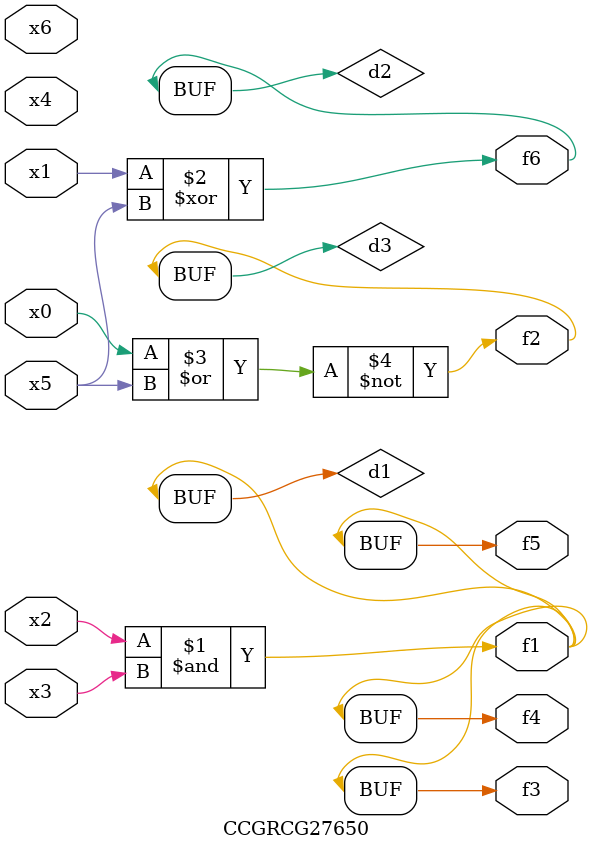
<source format=v>
module CCGRCG27650(
	input x0, x1, x2, x3, x4, x5, x6,
	output f1, f2, f3, f4, f5, f6
);

	wire d1, d2, d3;

	and (d1, x2, x3);
	xor (d2, x1, x5);
	nor (d3, x0, x5);
	assign f1 = d1;
	assign f2 = d3;
	assign f3 = d1;
	assign f4 = d1;
	assign f5 = d1;
	assign f6 = d2;
endmodule

</source>
